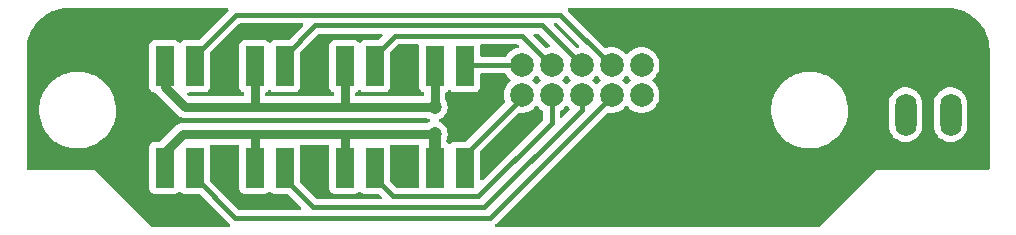
<source format=gbr>
%TF.GenerationSoftware,KiCad,Pcbnew,(6.0.11)*%
%TF.CreationDate,2024-03-18T15:41:05-03:00*%
%TF.ProjectId,qds-cv-bypass-adapter,7164732d-6376-42d6-9279-706173732d61,rev?*%
%TF.SameCoordinates,Original*%
%TF.FileFunction,Copper,L1,Top*%
%TF.FilePolarity,Positive*%
%FSLAX46Y46*%
G04 Gerber Fmt 4.6, Leading zero omitted, Abs format (unit mm)*
G04 Created by KiCad (PCBNEW (6.0.11)) date 2024-03-18 15:41:05*
%MOMM*%
%LPD*%
G01*
G04 APERTURE LIST*
%TA.AperFunction,ComponentPad*%
%ADD10O,1.800000X3.600000*%
%TD*%
%TA.AperFunction,SMDPad,CuDef*%
%ADD11R,1.600000X3.400000*%
%TD*%
%TA.AperFunction,ComponentPad*%
%ADD12C,2.000000*%
%TD*%
%TA.AperFunction,ViaPad*%
%ADD13C,1.200000*%
%TD*%
%TA.AperFunction,Conductor*%
%ADD14C,0.400000*%
%TD*%
%TA.AperFunction,Conductor*%
%ADD15C,0.800000*%
%TD*%
%TA.AperFunction,Conductor*%
%ADD16C,1.000000*%
%TD*%
G04 APERTURE END LIST*
D10*
%TO.P,J1,1,Pin_1*%
%TO.N,Net-(SW1-Pad4)*%
X204978000Y-89034500D03*
%TO.P,J1,2,Pin_2*%
%TO.N,Net-(SW1-Pad1)*%
X208788000Y-89034500D03*
%TD*%
D11*
%TO.P,SW4,1*%
%TO.N,Net-(SW1-Pad1)*%
X165100000Y-93540500D03*
%TO.P,SW4,2*%
%TO.N,Net-(J2-Pad2)*%
X167640000Y-93540500D03*
%TO.P,SW4,3*%
%TO.N,Net-(J2-Pad1)*%
X167640000Y-84940500D03*
%TO.P,SW4,4*%
%TO.N,Net-(SW1-Pad4)*%
X165100000Y-84940500D03*
%TD*%
%TO.P,SW3,1*%
%TO.N,Net-(SW1-Pad1)*%
X157480000Y-93540500D03*
%TO.P,SW3,2*%
%TO.N,Net-(J2-Pad4)*%
X160020000Y-93540500D03*
%TO.P,SW3,3*%
%TO.N,Net-(J2-Pad3)*%
X160020000Y-84940500D03*
%TO.P,SW3,4*%
%TO.N,Net-(SW1-Pad4)*%
X157480000Y-84940500D03*
%TD*%
%TO.P,SW1,1*%
%TO.N,Net-(SW1-Pad1)*%
X142240000Y-93540500D03*
%TO.P,SW1,2*%
%TO.N,Net-(J2-Pad8)*%
X144780000Y-93540500D03*
%TO.P,SW1,3*%
%TO.N,Net-(J2-Pad7)*%
X144780000Y-84940500D03*
%TO.P,SW1,4*%
%TO.N,Net-(SW1-Pad4)*%
X142240000Y-84940500D03*
%TD*%
%TO.P,SW2,1*%
%TO.N,Net-(SW1-Pad1)*%
X149860000Y-93540500D03*
%TO.P,SW2,2*%
%TO.N,Net-(J2-Pad6)*%
X152400000Y-93540500D03*
%TO.P,SW2,3*%
%TO.N,Net-(J2-Pad5)*%
X152400000Y-84940500D03*
%TO.P,SW2,4*%
%TO.N,Net-(SW1-Pad4)*%
X149860000Y-84940500D03*
%TD*%
D12*
%TO.P,J2,1,Pin_1*%
%TO.N,Net-(J2-Pad1)*%
X172466000Y-84836000D03*
%TO.P,J2,2,Pin_2*%
%TO.N,Net-(J2-Pad2)*%
X172466000Y-87376000D03*
%TO.P,J2,3,Pin_3*%
%TO.N,Net-(J2-Pad3)*%
X175006000Y-84836000D03*
%TO.P,J2,4,Pin_4*%
%TO.N,Net-(J2-Pad4)*%
X175006000Y-87376000D03*
%TO.P,J2,5,Pin_5*%
%TO.N,Net-(J2-Pad5)*%
X177546000Y-84836000D03*
%TO.P,J2,6,Pin_6*%
%TO.N,Net-(J2-Pad6)*%
X177546000Y-87376000D03*
%TO.P,J2,7,Pin_7*%
%TO.N,Net-(J2-Pad7)*%
X180086000Y-84836000D03*
%TO.P,J2,8,Pin_8*%
%TO.N,Net-(J2-Pad8)*%
X180086000Y-87376000D03*
%TO.P,J2,9,Pin_9*%
%TO.N,unconnected-(J2-Pad9)*%
X182626000Y-84836000D03*
%TO.P,J2,10,Pin_10*%
%TO.N,unconnected-(J2-Pad10)*%
X182626000Y-87376000D03*
%TD*%
D13*
%TO.N,Net-(SW1-Pad1)*%
X165100000Y-90678000D03*
%TO.N,Net-(SW1-Pad4)*%
X165100000Y-88392000D03*
%TD*%
D14*
%TO.N,Net-(J2-Pad5)*%
X152400000Y-84940500D02*
X152400000Y-84074000D01*
X154991500Y-81482500D02*
X174192500Y-81482500D01*
X174192500Y-81482500D02*
X177546000Y-84836000D01*
X177546000Y-84836000D02*
X177546000Y-84922500D01*
X152400000Y-84074000D02*
X154991500Y-81482500D01*
%TO.N,Net-(J2-Pad7)*%
X144780000Y-84074000D02*
X144780000Y-84940500D01*
X180086000Y-84922500D02*
X175746000Y-80582500D01*
X148271500Y-80582500D02*
X144780000Y-84074000D01*
X175746000Y-80582500D02*
X148271500Y-80582500D01*
D15*
%TO.N,Net-(SW1-Pad1)*%
X149860000Y-90678000D02*
X143764000Y-90678000D01*
X143764000Y-90678000D02*
X142240000Y-92202000D01*
X165100000Y-90678000D02*
X157480000Y-90678000D01*
D16*
X165100000Y-90678000D02*
X165100000Y-93540500D01*
D15*
X149860000Y-90678000D02*
X149860000Y-93540500D01*
X157480000Y-90678000D02*
X157480000Y-93540500D01*
X157480000Y-90678000D02*
X149860000Y-90678000D01*
X142240000Y-92202000D02*
X142240000Y-93540500D01*
%TO.N,Net-(SW1-Pad4)*%
X157226000Y-88392000D02*
X157480000Y-88138000D01*
X165100000Y-88392000D02*
X157226000Y-88392000D01*
X149860000Y-88392000D02*
X143931500Y-88392000D01*
X143931500Y-88392000D02*
X142240000Y-86700500D01*
X165100000Y-88392000D02*
X165100000Y-84940500D01*
X142240000Y-86700500D02*
X142240000Y-84940500D01*
X157226000Y-88392000D02*
X149860000Y-88392000D01*
X149860000Y-88392000D02*
X149860000Y-84940500D01*
X157480000Y-88138000D02*
X157480000Y-84940500D01*
D14*
%TO.N,Net-(J2-Pad1)*%
X167744500Y-84836000D02*
X167640000Y-84940500D01*
X172466000Y-84836000D02*
X167744500Y-84836000D01*
%TO.N,Net-(J2-Pad2)*%
X172466000Y-87630000D02*
X167640000Y-92456000D01*
X167640000Y-92456000D02*
X167640000Y-93540500D01*
X172466000Y-86868000D02*
X172466000Y-87630000D01*
%TO.N,Net-(J2-Pad3)*%
X175006000Y-84922500D02*
X172466000Y-82382500D01*
X160020000Y-84074000D02*
X160020000Y-84940500D01*
X161711500Y-82382500D02*
X160020000Y-84074000D01*
X172466000Y-82382500D02*
X161711500Y-82382500D01*
%TO.N,Net-(J2-Pad4)*%
X160020000Y-93540500D02*
X160020000Y-94380250D01*
X168779750Y-95940500D02*
X175006000Y-89714250D01*
X175006000Y-89714250D02*
X175006000Y-87462500D01*
X161580250Y-95940500D02*
X168779750Y-95940500D01*
X160020000Y-94380250D02*
X161580250Y-95940500D01*
%TO.N,Net-(J2-Pad6)*%
X169313500Y-96878500D02*
X154790500Y-96878500D01*
X152400000Y-94488000D02*
X152400000Y-93540500D01*
X177546000Y-87462500D02*
X177546000Y-88646000D01*
X177546000Y-88646000D02*
X169313500Y-96878500D01*
X154790500Y-96878500D02*
X152400000Y-94488000D01*
%TO.N,Net-(J2-Pad8)*%
X148217125Y-97778500D02*
X169770000Y-97778500D01*
X144780000Y-94341375D02*
X148217125Y-97778500D01*
X169770000Y-97778500D02*
X180086000Y-87462500D01*
X144780000Y-93540500D02*
X144780000Y-94341375D01*
%TD*%
%TA.AperFunction,NonConductor*%
G36*
X175468461Y-81311002D02*
G01*
X175489435Y-81327905D01*
X177306402Y-83144872D01*
X177340428Y-83207184D01*
X177335363Y-83277999D01*
X177292816Y-83334835D01*
X177246722Y-83356485D01*
X177171582Y-83374525D01*
X177100674Y-83370979D01*
X177053072Y-83341102D01*
X175218065Y-81506095D01*
X175184039Y-81443783D01*
X175189104Y-81372968D01*
X175231651Y-81316132D01*
X175298171Y-81291321D01*
X175307160Y-81291000D01*
X175400340Y-81291000D01*
X175468461Y-81311002D01*
G37*
%TD.AperFunction*%
%TA.AperFunction,NonConductor*%
G36*
X173914961Y-82211002D02*
G01*
X173935935Y-82227905D01*
X174836663Y-83128633D01*
X174870689Y-83190945D01*
X174865624Y-83261760D01*
X174823077Y-83318596D01*
X174769259Y-83341338D01*
X174769289Y-83341465D01*
X174768525Y-83341648D01*
X174768523Y-83341649D01*
X174764474Y-83342621D01*
X174561827Y-83391272D01*
X174490919Y-83387725D01*
X174443318Y-83357848D01*
X173491565Y-82406095D01*
X173457539Y-82343783D01*
X173462604Y-82272968D01*
X173505151Y-82216132D01*
X173571671Y-82191321D01*
X173580660Y-82191000D01*
X173846840Y-82191000D01*
X173914961Y-82211002D01*
G37*
%TD.AperFunction*%
%TA.AperFunction,NonConductor*%
G36*
X172188461Y-83111002D02*
G01*
X172209435Y-83127905D01*
X172226402Y-83144872D01*
X172260428Y-83207184D01*
X172255363Y-83277999D01*
X172212816Y-83334835D01*
X172166721Y-83356486D01*
X172106354Y-83370979D01*
X171998406Y-83396895D01*
X171993835Y-83398788D01*
X171993833Y-83398789D01*
X171783611Y-83485865D01*
X171783607Y-83485867D01*
X171779037Y-83487760D01*
X171774817Y-83490346D01*
X171580798Y-83609241D01*
X171580792Y-83609245D01*
X171576584Y-83611824D01*
X171396031Y-83766031D01*
X171241824Y-83946584D01*
X171239242Y-83950797D01*
X171239235Y-83950807D01*
X171167826Y-84067335D01*
X171115179Y-84114966D01*
X171060394Y-84127500D01*
X169074500Y-84127500D01*
X169006379Y-84107498D01*
X168959886Y-84053842D01*
X168948500Y-84001500D01*
X168948500Y-83217000D01*
X168968502Y-83148879D01*
X169022158Y-83102386D01*
X169074500Y-83091000D01*
X172120340Y-83091000D01*
X172188461Y-83111002D01*
G37*
%TD.AperFunction*%
%TA.AperFunction,NonConductor*%
G36*
X173831811Y-85783944D02*
G01*
X173932818Y-85902208D01*
X173932823Y-85902213D01*
X173936031Y-85905969D01*
X173939787Y-85909177D01*
X173939792Y-85909182D01*
X174058056Y-86010189D01*
X174096866Y-86069639D01*
X174097372Y-86140634D01*
X174058056Y-86201811D01*
X173939792Y-86302818D01*
X173939787Y-86302823D01*
X173936031Y-86306031D01*
X173932823Y-86309787D01*
X173932818Y-86309792D01*
X173831811Y-86428056D01*
X173772361Y-86466866D01*
X173701366Y-86467372D01*
X173640189Y-86428056D01*
X173539182Y-86309792D01*
X173539177Y-86309787D01*
X173535969Y-86306031D01*
X173532213Y-86302823D01*
X173532208Y-86302818D01*
X173413944Y-86201811D01*
X173375134Y-86142361D01*
X173374628Y-86071366D01*
X173413944Y-86010189D01*
X173532208Y-85909182D01*
X173532213Y-85909177D01*
X173535969Y-85905969D01*
X173539177Y-85902213D01*
X173539182Y-85902208D01*
X173640189Y-85783944D01*
X173699639Y-85745134D01*
X173770634Y-85744628D01*
X173831811Y-85783944D01*
G37*
%TD.AperFunction*%
%TA.AperFunction,NonConductor*%
G36*
X181451811Y-85783944D02*
G01*
X181552818Y-85902208D01*
X181552823Y-85902213D01*
X181556031Y-85905969D01*
X181559787Y-85909177D01*
X181559792Y-85909182D01*
X181678056Y-86010189D01*
X181716866Y-86069639D01*
X181717372Y-86140634D01*
X181678056Y-86201811D01*
X181559792Y-86302818D01*
X181559787Y-86302823D01*
X181556031Y-86306031D01*
X181552823Y-86309787D01*
X181552818Y-86309792D01*
X181451811Y-86428056D01*
X181392361Y-86466866D01*
X181321366Y-86467372D01*
X181260189Y-86428056D01*
X181159182Y-86309792D01*
X181159177Y-86309787D01*
X181155969Y-86306031D01*
X181152213Y-86302823D01*
X181152208Y-86302818D01*
X181033944Y-86201811D01*
X180995134Y-86142361D01*
X180994628Y-86071366D01*
X181033944Y-86010189D01*
X181152208Y-85909182D01*
X181152213Y-85909177D01*
X181155969Y-85905969D01*
X181159177Y-85902213D01*
X181159182Y-85902208D01*
X181260189Y-85783944D01*
X181319639Y-85745134D01*
X181390634Y-85744628D01*
X181451811Y-85783944D01*
G37*
%TD.AperFunction*%
%TA.AperFunction,NonConductor*%
G36*
X178911811Y-85783944D02*
G01*
X179012818Y-85902208D01*
X179012823Y-85902213D01*
X179016031Y-85905969D01*
X179019787Y-85909177D01*
X179019792Y-85909182D01*
X179138056Y-86010189D01*
X179176866Y-86069639D01*
X179177372Y-86140634D01*
X179138056Y-86201811D01*
X179019792Y-86302818D01*
X179019787Y-86302823D01*
X179016031Y-86306031D01*
X179012823Y-86309787D01*
X179012818Y-86309792D01*
X178911811Y-86428056D01*
X178852361Y-86466866D01*
X178781366Y-86467372D01*
X178720189Y-86428056D01*
X178619182Y-86309792D01*
X178619177Y-86309787D01*
X178615969Y-86306031D01*
X178612213Y-86302823D01*
X178612208Y-86302818D01*
X178493944Y-86201811D01*
X178455134Y-86142361D01*
X178454628Y-86071366D01*
X178493944Y-86010189D01*
X178612208Y-85909182D01*
X178612213Y-85909177D01*
X178615969Y-85905969D01*
X178619177Y-85902213D01*
X178619182Y-85902208D01*
X178720189Y-85783944D01*
X178779639Y-85745134D01*
X178850634Y-85744628D01*
X178911811Y-85783944D01*
G37*
%TD.AperFunction*%
%TA.AperFunction,NonConductor*%
G36*
X176371811Y-85783944D02*
G01*
X176472818Y-85902208D01*
X176472823Y-85902213D01*
X176476031Y-85905969D01*
X176479787Y-85909177D01*
X176479792Y-85909182D01*
X176598056Y-86010189D01*
X176636866Y-86069639D01*
X176637372Y-86140634D01*
X176598056Y-86201811D01*
X176479792Y-86302818D01*
X176479787Y-86302823D01*
X176476031Y-86306031D01*
X176472823Y-86309787D01*
X176472818Y-86309792D01*
X176371811Y-86428056D01*
X176312361Y-86466866D01*
X176241366Y-86467372D01*
X176180189Y-86428056D01*
X176079182Y-86309792D01*
X176079177Y-86309787D01*
X176075969Y-86306031D01*
X176072213Y-86302823D01*
X176072208Y-86302818D01*
X175953944Y-86201811D01*
X175915134Y-86142361D01*
X175914628Y-86071366D01*
X175953944Y-86010189D01*
X176072208Y-85909182D01*
X176072213Y-85909177D01*
X176075969Y-85905969D01*
X176079177Y-85902213D01*
X176079182Y-85902208D01*
X176180189Y-85783944D01*
X176239639Y-85745134D01*
X176310634Y-85744628D01*
X176371811Y-85783944D01*
G37*
%TD.AperFunction*%
%TA.AperFunction,NonConductor*%
G36*
X163733621Y-83111002D02*
G01*
X163780114Y-83164658D01*
X163791500Y-83217000D01*
X163791500Y-86688634D01*
X163798255Y-86750816D01*
X163849385Y-86887205D01*
X163936739Y-87003761D01*
X164053295Y-87091115D01*
X164061703Y-87094267D01*
X164109730Y-87112272D01*
X164166495Y-87154914D01*
X164191194Y-87221476D01*
X164191500Y-87230254D01*
X164191500Y-87357500D01*
X164171498Y-87425621D01*
X164117842Y-87472114D01*
X164065500Y-87483500D01*
X158514500Y-87483500D01*
X158446379Y-87463498D01*
X158399886Y-87409842D01*
X158388500Y-87357500D01*
X158388500Y-87230254D01*
X158408502Y-87162133D01*
X158462158Y-87115640D01*
X158470270Y-87112272D01*
X158518297Y-87094267D01*
X158526705Y-87091115D01*
X158643261Y-87003761D01*
X158649174Y-86995872D01*
X158649878Y-86995345D01*
X158654992Y-86990231D01*
X158655730Y-86990969D01*
X158706031Y-86953357D01*
X158776849Y-86948330D01*
X158839143Y-86982388D01*
X158850823Y-86995867D01*
X158856739Y-87003761D01*
X158973295Y-87091115D01*
X159109684Y-87142245D01*
X159171866Y-87149000D01*
X160868134Y-87149000D01*
X160930316Y-87142245D01*
X161066705Y-87091115D01*
X161183261Y-87003761D01*
X161270615Y-86887205D01*
X161321745Y-86750816D01*
X161328500Y-86688634D01*
X161328500Y-83819660D01*
X161348502Y-83751540D01*
X161365405Y-83730565D01*
X161968067Y-83127904D01*
X162030379Y-83093879D01*
X162057162Y-83091000D01*
X163665500Y-83091000D01*
X163733621Y-83111002D01*
G37*
%TD.AperFunction*%
%TA.AperFunction,NonConductor*%
G36*
X160664961Y-82211002D02*
G01*
X160711454Y-82264658D01*
X160721558Y-82334932D01*
X160692064Y-82399512D01*
X160685935Y-82406095D01*
X160396935Y-82695095D01*
X160334623Y-82729121D01*
X160307840Y-82732000D01*
X159171866Y-82732000D01*
X159109684Y-82738755D01*
X158973295Y-82789885D01*
X158856739Y-82877239D01*
X158850826Y-82885128D01*
X158850122Y-82885655D01*
X158845008Y-82890769D01*
X158844270Y-82890031D01*
X158793969Y-82927643D01*
X158723151Y-82932670D01*
X158660857Y-82898612D01*
X158649177Y-82885133D01*
X158643261Y-82877239D01*
X158526705Y-82789885D01*
X158390316Y-82738755D01*
X158328134Y-82732000D01*
X156631866Y-82732000D01*
X156569684Y-82738755D01*
X156433295Y-82789885D01*
X156316739Y-82877239D01*
X156229385Y-82993795D01*
X156178255Y-83130184D01*
X156171500Y-83192366D01*
X156171500Y-86688634D01*
X156178255Y-86750816D01*
X156229385Y-86887205D01*
X156316739Y-87003761D01*
X156433295Y-87091115D01*
X156441703Y-87094267D01*
X156489730Y-87112272D01*
X156546495Y-87154914D01*
X156571194Y-87221476D01*
X156571500Y-87230254D01*
X156571500Y-87357500D01*
X156551498Y-87425621D01*
X156497842Y-87472114D01*
X156445500Y-87483500D01*
X150894500Y-87483500D01*
X150826379Y-87463498D01*
X150779886Y-87409842D01*
X150768500Y-87357500D01*
X150768500Y-87230254D01*
X150788502Y-87162133D01*
X150842158Y-87115640D01*
X150850270Y-87112272D01*
X150898297Y-87094267D01*
X150906705Y-87091115D01*
X151023261Y-87003761D01*
X151029174Y-86995872D01*
X151029878Y-86995345D01*
X151034992Y-86990231D01*
X151035730Y-86990969D01*
X151086031Y-86953357D01*
X151156849Y-86948330D01*
X151219143Y-86982388D01*
X151230823Y-86995867D01*
X151236739Y-87003761D01*
X151353295Y-87091115D01*
X151489684Y-87142245D01*
X151551866Y-87149000D01*
X153248134Y-87149000D01*
X153310316Y-87142245D01*
X153446705Y-87091115D01*
X153563261Y-87003761D01*
X153650615Y-86887205D01*
X153701745Y-86750816D01*
X153708500Y-86688634D01*
X153708500Y-83819660D01*
X153728502Y-83751539D01*
X153745405Y-83730565D01*
X155248066Y-82227905D01*
X155310378Y-82193879D01*
X155337161Y-82191000D01*
X160596840Y-82191000D01*
X160664961Y-82211002D01*
G37*
%TD.AperFunction*%
%TA.AperFunction,NonConductor*%
G36*
X153944961Y-81311002D02*
G01*
X153991454Y-81364658D01*
X154001558Y-81434932D01*
X153972064Y-81499512D01*
X153965935Y-81506095D01*
X152776935Y-82695095D01*
X152714623Y-82729121D01*
X152687840Y-82732000D01*
X151551866Y-82732000D01*
X151489684Y-82738755D01*
X151353295Y-82789885D01*
X151236739Y-82877239D01*
X151230826Y-82885128D01*
X151230122Y-82885655D01*
X151225008Y-82890769D01*
X151224270Y-82890031D01*
X151173969Y-82927643D01*
X151103151Y-82932670D01*
X151040857Y-82898612D01*
X151029177Y-82885133D01*
X151023261Y-82877239D01*
X150906705Y-82789885D01*
X150770316Y-82738755D01*
X150708134Y-82732000D01*
X149011866Y-82732000D01*
X148949684Y-82738755D01*
X148813295Y-82789885D01*
X148696739Y-82877239D01*
X148609385Y-82993795D01*
X148558255Y-83130184D01*
X148551500Y-83192366D01*
X148551500Y-86688634D01*
X148558255Y-86750816D01*
X148609385Y-86887205D01*
X148696739Y-87003761D01*
X148813295Y-87091115D01*
X148821703Y-87094267D01*
X148869730Y-87112272D01*
X148926495Y-87154914D01*
X148951194Y-87221476D01*
X148951500Y-87230254D01*
X148951500Y-87357500D01*
X148931498Y-87425621D01*
X148877842Y-87472114D01*
X148825500Y-87483500D01*
X144360003Y-87483500D01*
X144291882Y-87463498D01*
X144270908Y-87446595D01*
X144188408Y-87364095D01*
X144154382Y-87301783D01*
X144159447Y-87230968D01*
X144201994Y-87174132D01*
X144268514Y-87149321D01*
X144277503Y-87149000D01*
X145628134Y-87149000D01*
X145690316Y-87142245D01*
X145826705Y-87091115D01*
X145943261Y-87003761D01*
X146030615Y-86887205D01*
X146081745Y-86750816D01*
X146088500Y-86688634D01*
X146088500Y-83819660D01*
X146108502Y-83751539D01*
X146125405Y-83730565D01*
X148528065Y-81327905D01*
X148590377Y-81293879D01*
X148617160Y-81291000D01*
X153876840Y-81291000D01*
X153944961Y-81311002D01*
G37*
%TD.AperFunction*%
%TA.AperFunction,NonConductor*%
G36*
X176371811Y-88323944D02*
G01*
X176472818Y-88442208D01*
X176472823Y-88442213D01*
X176476031Y-88445969D01*
X176479787Y-88449177D01*
X176516946Y-88480914D01*
X176555755Y-88540365D01*
X176556261Y-88611360D01*
X176524210Y-88665820D01*
X175929595Y-89260435D01*
X175867283Y-89294461D01*
X175796468Y-89289396D01*
X175739632Y-89246849D01*
X175714821Y-89180329D01*
X175714500Y-89171340D01*
X175714500Y-88781606D01*
X175734502Y-88713485D01*
X175774665Y-88674174D01*
X175891193Y-88602765D01*
X175891203Y-88602758D01*
X175895416Y-88600176D01*
X176075969Y-88445969D01*
X176079177Y-88442213D01*
X176079182Y-88442208D01*
X176180189Y-88323944D01*
X176239639Y-88285134D01*
X176310634Y-88284628D01*
X176371811Y-88323944D01*
G37*
%TD.AperFunction*%
%TA.AperFunction,NonConductor*%
G36*
X171128515Y-85564502D02*
G01*
X171167826Y-85604665D01*
X171239235Y-85721193D01*
X171239242Y-85721202D01*
X171241824Y-85725416D01*
X171396031Y-85905969D01*
X171399787Y-85909177D01*
X171399792Y-85909182D01*
X171518056Y-86010189D01*
X171556866Y-86069639D01*
X171557372Y-86140634D01*
X171518056Y-86201811D01*
X171399792Y-86302818D01*
X171399787Y-86302823D01*
X171396031Y-86306031D01*
X171241824Y-86486584D01*
X171239245Y-86490792D01*
X171239241Y-86490798D01*
X171190153Y-86570903D01*
X171117760Y-86689037D01*
X171115867Y-86693607D01*
X171115865Y-86693611D01*
X171032700Y-86894391D01*
X171026895Y-86908406D01*
X171020967Y-86933098D01*
X170977143Y-87115640D01*
X170971465Y-87139289D01*
X170952835Y-87376000D01*
X170971465Y-87612711D01*
X170972619Y-87617518D01*
X170972620Y-87617524D01*
X170990533Y-87692136D01*
X171026895Y-87843594D01*
X171028789Y-87848167D01*
X171028791Y-87848172D01*
X171060150Y-87923881D01*
X171067739Y-87994470D01*
X171032836Y-88061193D01*
X167798935Y-91295095D01*
X167736623Y-91329121D01*
X167709840Y-91332000D01*
X166791866Y-91332000D01*
X166729684Y-91338755D01*
X166593295Y-91389885D01*
X166476739Y-91477239D01*
X166470826Y-91485128D01*
X166470122Y-91485655D01*
X166465008Y-91490769D01*
X166464270Y-91490031D01*
X166413969Y-91527643D01*
X166343151Y-91532670D01*
X166280857Y-91498612D01*
X166269177Y-91485133D01*
X166263261Y-91477239D01*
X166158935Y-91399051D01*
X166116420Y-91342192D01*
X166108500Y-91298225D01*
X166108500Y-91175381D01*
X166117911Y-91131107D01*
X166117004Y-91130799D01*
X166180634Y-90943352D01*
X166180635Y-90943347D01*
X166182490Y-90937883D01*
X166211723Y-90736263D01*
X166213249Y-90678000D01*
X166194608Y-90475126D01*
X166139307Y-90279047D01*
X166130824Y-90261844D01*
X166051756Y-90101510D01*
X166049201Y-90096329D01*
X166027697Y-90067531D01*
X165930758Y-89937715D01*
X165930758Y-89937714D01*
X165927305Y-89933091D01*
X165808708Y-89823461D01*
X165781943Y-89798719D01*
X165781940Y-89798717D01*
X165777703Y-89794800D01*
X165709528Y-89751785D01*
X165610288Y-89689169D01*
X165610283Y-89689167D01*
X165605404Y-89686088D01*
X165523201Y-89653292D01*
X165467343Y-89609473D01*
X165444042Y-89542408D01*
X165460698Y-89473393D01*
X165512022Y-89424339D01*
X165529387Y-89416951D01*
X165552799Y-89409004D01*
X165730551Y-89309458D01*
X165887186Y-89179186D01*
X166017458Y-89022551D01*
X166103238Y-88869380D01*
X166114180Y-88849842D01*
X166114181Y-88849840D01*
X166117004Y-88844799D01*
X166118860Y-88839332D01*
X166118862Y-88839327D01*
X166180634Y-88657352D01*
X166180635Y-88657347D01*
X166182490Y-88651883D01*
X166211723Y-88450263D01*
X166213249Y-88392000D01*
X166194608Y-88189126D01*
X166193040Y-88183566D01*
X166140875Y-87998606D01*
X166140874Y-87998604D01*
X166139307Y-87993047D01*
X166105199Y-87923881D01*
X166051756Y-87815510D01*
X166049201Y-87810329D01*
X166033542Y-87789359D01*
X166008810Y-87722809D01*
X166008500Y-87713970D01*
X166008500Y-87230254D01*
X166028502Y-87162133D01*
X166082158Y-87115640D01*
X166090270Y-87112272D01*
X166138297Y-87094267D01*
X166146705Y-87091115D01*
X166263261Y-87003761D01*
X166269174Y-86995872D01*
X166269878Y-86995345D01*
X166274992Y-86990231D01*
X166275730Y-86990969D01*
X166326031Y-86953357D01*
X166396849Y-86948330D01*
X166459143Y-86982388D01*
X166470823Y-86995867D01*
X166476739Y-87003761D01*
X166593295Y-87091115D01*
X166729684Y-87142245D01*
X166791866Y-87149000D01*
X168488134Y-87149000D01*
X168550316Y-87142245D01*
X168686705Y-87091115D01*
X168803261Y-87003761D01*
X168890615Y-86887205D01*
X168941745Y-86750816D01*
X168948500Y-86688634D01*
X168948500Y-85670500D01*
X168968502Y-85602379D01*
X169022158Y-85555886D01*
X169074500Y-85544500D01*
X171060394Y-85544500D01*
X171128515Y-85564502D01*
G37*
%TD.AperFunction*%
%TA.AperFunction,NonConductor*%
G36*
X173831811Y-88323944D02*
G01*
X173932818Y-88442208D01*
X173932823Y-88442213D01*
X173936031Y-88445969D01*
X174116584Y-88600176D01*
X174120797Y-88602758D01*
X174120807Y-88602765D01*
X174237335Y-88674174D01*
X174284966Y-88726821D01*
X174297500Y-88781606D01*
X174297500Y-89368590D01*
X174277498Y-89436711D01*
X174260595Y-89457685D01*
X169163595Y-94554685D01*
X169101283Y-94588711D01*
X169030468Y-94583646D01*
X168973632Y-94541099D01*
X168948821Y-94474579D01*
X168948500Y-94465590D01*
X168948500Y-92201660D01*
X168968502Y-92133539D01*
X168985405Y-92112565D01*
X172186496Y-88911474D01*
X172248808Y-88877448D01*
X172285476Y-88874957D01*
X172466000Y-88889165D01*
X172702711Y-88870535D01*
X172707518Y-88869381D01*
X172707524Y-88869380D01*
X172853391Y-88834360D01*
X172933594Y-88815105D01*
X172938167Y-88813211D01*
X173148389Y-88726135D01*
X173148393Y-88726133D01*
X173152963Y-88724240D01*
X173157183Y-88721654D01*
X173351202Y-88602759D01*
X173351208Y-88602755D01*
X173355416Y-88600176D01*
X173535969Y-88445969D01*
X173539177Y-88442213D01*
X173539182Y-88442208D01*
X173640189Y-88323944D01*
X173699639Y-88285134D01*
X173770634Y-88284628D01*
X173831811Y-88323944D01*
G37*
%TD.AperFunction*%
%TA.AperFunction,NonConductor*%
G36*
X163742082Y-91606502D02*
G01*
X163788575Y-91660158D01*
X163798536Y-91729435D01*
X163798255Y-91730184D01*
X163791500Y-91792366D01*
X163791500Y-95106000D01*
X163771498Y-95174121D01*
X163717842Y-95220614D01*
X163665500Y-95232000D01*
X161925910Y-95232000D01*
X161857789Y-95211998D01*
X161836815Y-95195095D01*
X161365405Y-94723685D01*
X161331379Y-94661373D01*
X161328500Y-94634590D01*
X161328500Y-91792366D01*
X161321745Y-91730184D01*
X161324067Y-91729932D01*
X161327160Y-91670742D01*
X161368607Y-91613100D01*
X161434639Y-91587017D01*
X161446039Y-91586500D01*
X163673961Y-91586500D01*
X163742082Y-91606502D01*
G37*
%TD.AperFunction*%
%TA.AperFunction,NonConductor*%
G36*
X156122082Y-91606502D02*
G01*
X156168575Y-91660158D01*
X156178536Y-91729435D01*
X156178255Y-91730184D01*
X156171500Y-91792366D01*
X156171500Y-95288634D01*
X156178255Y-95350816D01*
X156229385Y-95487205D01*
X156316739Y-95603761D01*
X156433295Y-95691115D01*
X156569684Y-95742245D01*
X156631866Y-95749000D01*
X158328134Y-95749000D01*
X158390316Y-95742245D01*
X158526705Y-95691115D01*
X158643261Y-95603761D01*
X158649174Y-95595872D01*
X158649878Y-95595345D01*
X158654992Y-95590231D01*
X158655730Y-95590969D01*
X158706031Y-95553357D01*
X158776849Y-95548330D01*
X158839143Y-95582388D01*
X158850823Y-95595867D01*
X158856739Y-95603761D01*
X158973295Y-95691115D01*
X159109684Y-95742245D01*
X159171866Y-95749000D01*
X160334590Y-95749000D01*
X160402711Y-95769002D01*
X160423685Y-95785905D01*
X160592685Y-95954905D01*
X160626711Y-96017217D01*
X160621646Y-96088032D01*
X160579099Y-96144868D01*
X160512579Y-96169679D01*
X160503590Y-96170000D01*
X155136161Y-96170000D01*
X155068040Y-96149998D01*
X155047066Y-96133095D01*
X153745405Y-94831435D01*
X153711380Y-94769123D01*
X153708500Y-94742340D01*
X153708500Y-91792366D01*
X153701745Y-91730184D01*
X153704067Y-91729932D01*
X153707160Y-91670742D01*
X153748607Y-91613100D01*
X153814639Y-91587017D01*
X153826039Y-91586500D01*
X156053961Y-91586500D01*
X156122082Y-91606502D01*
G37*
%TD.AperFunction*%
%TA.AperFunction,NonConductor*%
G36*
X148502082Y-91606502D02*
G01*
X148548575Y-91660158D01*
X148558536Y-91729435D01*
X148558255Y-91730184D01*
X148551500Y-91792366D01*
X148551500Y-95288634D01*
X148558255Y-95350816D01*
X148609385Y-95487205D01*
X148696739Y-95603761D01*
X148813295Y-95691115D01*
X148949684Y-95742245D01*
X149011866Y-95749000D01*
X150708134Y-95749000D01*
X150770316Y-95742245D01*
X150906705Y-95691115D01*
X151023261Y-95603761D01*
X151029174Y-95595872D01*
X151029878Y-95595345D01*
X151034992Y-95590231D01*
X151035730Y-95590969D01*
X151086031Y-95553357D01*
X151156849Y-95548330D01*
X151219143Y-95582388D01*
X151230823Y-95595867D01*
X151236739Y-95603761D01*
X151353295Y-95691115D01*
X151489684Y-95742245D01*
X151551866Y-95749000D01*
X152606840Y-95749000D01*
X152674961Y-95769002D01*
X152695935Y-95785905D01*
X153764935Y-96854905D01*
X153798961Y-96917217D01*
X153793896Y-96988032D01*
X153751349Y-97044868D01*
X153684829Y-97069679D01*
X153675840Y-97070000D01*
X148562785Y-97070000D01*
X148494664Y-97049998D01*
X148473690Y-97033095D01*
X146125405Y-94684810D01*
X146091379Y-94622498D01*
X146088500Y-94595715D01*
X146088500Y-91792366D01*
X146081745Y-91730184D01*
X146084067Y-91729932D01*
X146087160Y-91670742D01*
X146128607Y-91613100D01*
X146194639Y-91587017D01*
X146206039Y-91586500D01*
X148433961Y-91586500D01*
X148502082Y-91606502D01*
G37*
%TD.AperFunction*%
%TA.AperFunction,NonConductor*%
G36*
X208504018Y-80012000D02*
G01*
X208518852Y-80014310D01*
X208518855Y-80014310D01*
X208527724Y-80015691D01*
X208536627Y-80014527D01*
X208536629Y-80014527D01*
X208547078Y-80013161D01*
X208569594Y-80012249D01*
X208876322Y-80027318D01*
X208888618Y-80028528D01*
X209221520Y-80077910D01*
X209233642Y-80080320D01*
X209282138Y-80092468D01*
X209560101Y-80162095D01*
X209571933Y-80165684D01*
X209888803Y-80279061D01*
X209900227Y-80283793D01*
X210204456Y-80427683D01*
X210215361Y-80433512D01*
X210504024Y-80606530D01*
X210514305Y-80613400D01*
X210784613Y-80813874D01*
X210794171Y-80821718D01*
X211043531Y-81047725D01*
X211052275Y-81056469D01*
X211278282Y-81305829D01*
X211286126Y-81315387D01*
X211486600Y-81585695D01*
X211493470Y-81595976D01*
X211666488Y-81884639D01*
X211672317Y-81895544D01*
X211816207Y-82199773D01*
X211820939Y-82211197D01*
X211934316Y-82528067D01*
X211937905Y-82539899D01*
X212019679Y-82866355D01*
X212022090Y-82878480D01*
X212060593Y-83138040D01*
X212071471Y-83211377D01*
X212072682Y-83223676D01*
X212085564Y-83485865D01*
X212087390Y-83523034D01*
X212086042Y-83548598D01*
X212084309Y-83559724D01*
X212085474Y-83568630D01*
X212088436Y-83591283D01*
X212089500Y-83607621D01*
X212089500Y-93599500D01*
X212069498Y-93667621D01*
X212015842Y-93714114D01*
X211963500Y-93725500D01*
X202763073Y-93725500D01*
X202750943Y-93724145D01*
X202750904Y-93724627D01*
X202741957Y-93723907D01*
X202733201Y-93721926D01*
X202681168Y-93725154D01*
X202679492Y-93725258D01*
X202671690Y-93725500D01*
X202655487Y-93725500D01*
X202646571Y-93726777D01*
X202645122Y-93726984D01*
X202635072Y-93728013D01*
X202596782Y-93730389D01*
X202596781Y-93730389D01*
X202587823Y-93730945D01*
X202579382Y-93733993D01*
X202576468Y-93734596D01*
X202559534Y-93738818D01*
X202556695Y-93739648D01*
X202547813Y-93740920D01*
X202504700Y-93760523D01*
X202495349Y-93764329D01*
X202459262Y-93777356D01*
X202459260Y-93777357D01*
X202450820Y-93780404D01*
X202443576Y-93785696D01*
X202440982Y-93787075D01*
X202425843Y-93795922D01*
X202423383Y-93797495D01*
X202415218Y-93801208D01*
X202408424Y-93807062D01*
X202408421Y-93807064D01*
X202393338Y-93820061D01*
X202379343Y-93832119D01*
X202371428Y-93838403D01*
X202364382Y-93843550D01*
X202364375Y-93843556D01*
X202360448Y-93846425D01*
X202349473Y-93857400D01*
X202342626Y-93863758D01*
X202304873Y-93896287D01*
X202299989Y-93903822D01*
X202294542Y-93910066D01*
X202284942Y-93921931D01*
X197692278Y-98514595D01*
X197629966Y-98548621D01*
X197603183Y-98551500D01*
X170301995Y-98551500D01*
X170233874Y-98531498D01*
X170187381Y-98477842D01*
X170177277Y-98407568D01*
X170206771Y-98342988D01*
X170230628Y-98321660D01*
X170235721Y-98318160D01*
X170235725Y-98318157D01*
X170241981Y-98313857D01*
X170283436Y-98267329D01*
X170288416Y-98262054D01*
X179662826Y-88887645D01*
X179725138Y-88853619D01*
X179781335Y-88854221D01*
X179844476Y-88869380D01*
X179844482Y-88869381D01*
X179849289Y-88870535D01*
X180086000Y-88889165D01*
X180322711Y-88870535D01*
X180327518Y-88869381D01*
X180327524Y-88869380D01*
X180473391Y-88834360D01*
X180553594Y-88815105D01*
X180558167Y-88813211D01*
X180768389Y-88726135D01*
X180768393Y-88726133D01*
X180772963Y-88724240D01*
X180777183Y-88721654D01*
X180971202Y-88602759D01*
X180971208Y-88602755D01*
X180975416Y-88600176D01*
X181155969Y-88445969D01*
X181159177Y-88442213D01*
X181159182Y-88442208D01*
X181260189Y-88323944D01*
X181319639Y-88285134D01*
X181390634Y-88284628D01*
X181451811Y-88323944D01*
X181552818Y-88442208D01*
X181552823Y-88442213D01*
X181556031Y-88445969D01*
X181736584Y-88600176D01*
X181740792Y-88602755D01*
X181740798Y-88602759D01*
X181934817Y-88721654D01*
X181939037Y-88724240D01*
X181943607Y-88726133D01*
X181943611Y-88726135D01*
X182153833Y-88813211D01*
X182158406Y-88815105D01*
X182238609Y-88834360D01*
X182384476Y-88869380D01*
X182384482Y-88869381D01*
X182389289Y-88870535D01*
X182626000Y-88889165D01*
X182862711Y-88870535D01*
X182867518Y-88869381D01*
X182867524Y-88869380D01*
X183013391Y-88834360D01*
X183093594Y-88815105D01*
X183098167Y-88813211D01*
X183308389Y-88726135D01*
X183308393Y-88726133D01*
X183312963Y-88724240D01*
X183317183Y-88721654D01*
X183511202Y-88602759D01*
X183511208Y-88602755D01*
X183515416Y-88600176D01*
X183581489Y-88543744D01*
X193596163Y-88543744D01*
X193598577Y-88646169D01*
X193603856Y-88870176D01*
X193604592Y-88901419D01*
X193652220Y-89256009D01*
X193653056Y-89259373D01*
X193653056Y-89259375D01*
X193729764Y-89568183D01*
X193738470Y-89603232D01*
X193739670Y-89606485D01*
X193739671Y-89606488D01*
X193801985Y-89775397D01*
X193862302Y-89938892D01*
X193928620Y-90071615D01*
X194020674Y-90255844D01*
X194020678Y-90255851D01*
X194022220Y-90258937D01*
X194216291Y-90559501D01*
X194309756Y-90674305D01*
X194439988Y-90834271D01*
X194439995Y-90834278D01*
X194442173Y-90836954D01*
X194444637Y-90839380D01*
X194444641Y-90839384D01*
X194544700Y-90937883D01*
X194697137Y-91087944D01*
X194699856Y-91090088D01*
X194699860Y-91090091D01*
X194770760Y-91145984D01*
X194978103Y-91309440D01*
X194981049Y-91311277D01*
X194981050Y-91311278D01*
X195021428Y-91336460D01*
X195281678Y-91498766D01*
X195284804Y-91500267D01*
X195284813Y-91500272D01*
X195454241Y-91581630D01*
X195604196Y-91653637D01*
X195607465Y-91654785D01*
X195938501Y-91771037D01*
X195938509Y-91771039D01*
X195941760Y-91772181D01*
X195945122Y-91772960D01*
X195945128Y-91772962D01*
X196014188Y-91788969D01*
X196290295Y-91852967D01*
X196293712Y-91853371D01*
X196293721Y-91853373D01*
X196642885Y-91894699D01*
X196645589Y-91895019D01*
X196648304Y-91895104D01*
X196648313Y-91895105D01*
X196673269Y-91895889D01*
X196692714Y-91896500D01*
X196939817Y-91896500D01*
X196941536Y-91896405D01*
X196941551Y-91896405D01*
X197083689Y-91888582D01*
X197207234Y-91881783D01*
X197210646Y-91881215D01*
X197210656Y-91881214D01*
X197453955Y-91840717D01*
X197560153Y-91823041D01*
X197904495Y-91725927D01*
X198236100Y-91591613D01*
X198408175Y-91498766D01*
X198547914Y-91423367D01*
X198547918Y-91423364D01*
X198550964Y-91421721D01*
X198601588Y-91386733D01*
X198842443Y-91220269D01*
X198842449Y-91220265D01*
X198845284Y-91218305D01*
X199104673Y-90993218D01*
X199112887Y-90986090D01*
X199112888Y-90986089D01*
X199115504Y-90983819D01*
X199152912Y-90943352D01*
X199356014Y-90723637D01*
X199358362Y-90721097D01*
X199415919Y-90643170D01*
X199568860Y-90436106D01*
X199568865Y-90436098D01*
X199570923Y-90433312D01*
X199750621Y-90123940D01*
X199807841Y-89994512D01*
X203569500Y-89994512D01*
X203584617Y-90172675D01*
X203585957Y-90177839D01*
X203585958Y-90177843D01*
X203613669Y-90284606D01*
X203644668Y-90404040D01*
X203646860Y-90408906D01*
X203702345Y-90532077D01*
X203742843Y-90621980D01*
X203876334Y-90820262D01*
X203880013Y-90824119D01*
X203880015Y-90824121D01*
X203948550Y-90895964D01*
X204041326Y-90993218D01*
X204233100Y-91135902D01*
X204237851Y-91138318D01*
X204237855Y-91138320D01*
X204390718Y-91216039D01*
X204446172Y-91244233D01*
X204560312Y-91279674D01*
X204669349Y-91313532D01*
X204669355Y-91313533D01*
X204674452Y-91315116D01*
X204780117Y-91329121D01*
X204906127Y-91345823D01*
X204906131Y-91345823D01*
X204911411Y-91346523D01*
X204916740Y-91346323D01*
X204916741Y-91346323D01*
X205026767Y-91342192D01*
X205150274Y-91337555D01*
X205237184Y-91319319D01*
X205378984Y-91289567D01*
X205378987Y-91289566D01*
X205384211Y-91288470D01*
X205606533Y-91200671D01*
X205810883Y-91076668D01*
X205920812Y-90981277D01*
X205987386Y-90923507D01*
X205987388Y-90923505D01*
X205991419Y-90920007D01*
X205994802Y-90915881D01*
X205994806Y-90915877D01*
X206139593Y-90739295D01*
X206142978Y-90735167D01*
X206149542Y-90723637D01*
X206258584Y-90532077D01*
X206261227Y-90527434D01*
X206342784Y-90302747D01*
X206343734Y-90297495D01*
X206384580Y-90071615D01*
X206384581Y-90071607D01*
X206385318Y-90067531D01*
X206386500Y-90042468D01*
X206386500Y-89994512D01*
X207379500Y-89994512D01*
X207394617Y-90172675D01*
X207395957Y-90177839D01*
X207395958Y-90177843D01*
X207423669Y-90284606D01*
X207454668Y-90404040D01*
X207456860Y-90408906D01*
X207512345Y-90532077D01*
X207552843Y-90621980D01*
X207686334Y-90820262D01*
X207690013Y-90824119D01*
X207690015Y-90824121D01*
X207758550Y-90895964D01*
X207851326Y-90993218D01*
X208043100Y-91135902D01*
X208047851Y-91138318D01*
X208047855Y-91138320D01*
X208200718Y-91216039D01*
X208256172Y-91244233D01*
X208370312Y-91279674D01*
X208479349Y-91313532D01*
X208479355Y-91313533D01*
X208484452Y-91315116D01*
X208590117Y-91329121D01*
X208716127Y-91345823D01*
X208716131Y-91345823D01*
X208721411Y-91346523D01*
X208726740Y-91346323D01*
X208726741Y-91346323D01*
X208836767Y-91342192D01*
X208960274Y-91337555D01*
X209047184Y-91319319D01*
X209188984Y-91289567D01*
X209188987Y-91289566D01*
X209194211Y-91288470D01*
X209416533Y-91200671D01*
X209620883Y-91076668D01*
X209730812Y-90981277D01*
X209797386Y-90923507D01*
X209797388Y-90923505D01*
X209801419Y-90920007D01*
X209804802Y-90915881D01*
X209804806Y-90915877D01*
X209949593Y-90739295D01*
X209952978Y-90735167D01*
X209959542Y-90723637D01*
X210068584Y-90532077D01*
X210071227Y-90527434D01*
X210152784Y-90302747D01*
X210153734Y-90297495D01*
X210194580Y-90071615D01*
X210194581Y-90071607D01*
X210195318Y-90067531D01*
X210196500Y-90042468D01*
X210196500Y-88074488D01*
X210181383Y-87896325D01*
X210167697Y-87843594D01*
X210122673Y-87670125D01*
X210122671Y-87670120D01*
X210121332Y-87664960D01*
X210099964Y-87617524D01*
X210025347Y-87451881D01*
X210025346Y-87451878D01*
X210023157Y-87447020D01*
X209889666Y-87248738D01*
X209873436Y-87231724D01*
X209794827Y-87149321D01*
X209724674Y-87075782D01*
X209532900Y-86933098D01*
X209528149Y-86930682D01*
X209528145Y-86930680D01*
X209324586Y-86827186D01*
X209324585Y-86827186D01*
X209319828Y-86824767D01*
X209177362Y-86780530D01*
X209096651Y-86755468D01*
X209096645Y-86755467D01*
X209091548Y-86753884D01*
X208952151Y-86735408D01*
X208859873Y-86723177D01*
X208859869Y-86723177D01*
X208854589Y-86722477D01*
X208849260Y-86722677D01*
X208849259Y-86722677D01*
X208751491Y-86726348D01*
X208615726Y-86731445D01*
X208596839Y-86735408D01*
X208387016Y-86779433D01*
X208387013Y-86779434D01*
X208381789Y-86780530D01*
X208159467Y-86868329D01*
X207955117Y-86992332D01*
X207951087Y-86995829D01*
X207785764Y-87139289D01*
X207774581Y-87148993D01*
X207771198Y-87153119D01*
X207771194Y-87153123D01*
X207692795Y-87248738D01*
X207623022Y-87333833D01*
X207620383Y-87338469D01*
X207620381Y-87338472D01*
X207531119Y-87495283D01*
X207504773Y-87541566D01*
X207423216Y-87766253D01*
X207422267Y-87771502D01*
X207422266Y-87771505D01*
X207381420Y-87997385D01*
X207381419Y-87997393D01*
X207380682Y-88001469D01*
X207379500Y-88026532D01*
X207379500Y-89994512D01*
X206386500Y-89994512D01*
X206386500Y-88074488D01*
X206371383Y-87896325D01*
X206357697Y-87843594D01*
X206312673Y-87670125D01*
X206312671Y-87670120D01*
X206311332Y-87664960D01*
X206289964Y-87617524D01*
X206215347Y-87451881D01*
X206215346Y-87451878D01*
X206213157Y-87447020D01*
X206079666Y-87248738D01*
X206063436Y-87231724D01*
X205984827Y-87149321D01*
X205914674Y-87075782D01*
X205722900Y-86933098D01*
X205718149Y-86930682D01*
X205718145Y-86930680D01*
X205514586Y-86827186D01*
X205514585Y-86827186D01*
X205509828Y-86824767D01*
X205367362Y-86780530D01*
X205286651Y-86755468D01*
X205286645Y-86755467D01*
X205281548Y-86753884D01*
X205142151Y-86735408D01*
X205049873Y-86723177D01*
X205049869Y-86723177D01*
X205044589Y-86722477D01*
X205039260Y-86722677D01*
X205039259Y-86722677D01*
X204941491Y-86726348D01*
X204805726Y-86731445D01*
X204786839Y-86735408D01*
X204577016Y-86779433D01*
X204577013Y-86779434D01*
X204571789Y-86780530D01*
X204349467Y-86868329D01*
X204145117Y-86992332D01*
X204141087Y-86995829D01*
X203975764Y-87139289D01*
X203964581Y-87148993D01*
X203961198Y-87153119D01*
X203961194Y-87153123D01*
X203882795Y-87248738D01*
X203813022Y-87333833D01*
X203810383Y-87338469D01*
X203810381Y-87338472D01*
X203721119Y-87495283D01*
X203694773Y-87541566D01*
X203613216Y-87766253D01*
X203612267Y-87771502D01*
X203612266Y-87771505D01*
X203571420Y-87997385D01*
X203571419Y-87997393D01*
X203570682Y-88001469D01*
X203569500Y-88026532D01*
X203569500Y-89994512D01*
X199807841Y-89994512D01*
X199895285Y-89796717D01*
X200003167Y-89455596D01*
X200004129Y-89450763D01*
X200072291Y-89108089D01*
X200072966Y-89104696D01*
X200075959Y-89070148D01*
X200103538Y-88751712D01*
X200103538Y-88751706D01*
X200103837Y-88748256D01*
X200099099Y-88547212D01*
X200095490Y-88394045D01*
X200095489Y-88394038D01*
X200095408Y-88390581D01*
X200047780Y-88035991D01*
X200045800Y-88028019D01*
X199962367Y-87692136D01*
X199962365Y-87692129D01*
X199961530Y-87688768D01*
X199909077Y-87546587D01*
X199850438Y-87387640D01*
X199837698Y-87353108D01*
X199746822Y-87171238D01*
X199679326Y-87036156D01*
X199679322Y-87036149D01*
X199677780Y-87033063D01*
X199483709Y-86732499D01*
X199354419Y-86573691D01*
X199260012Y-86457729D01*
X199260005Y-86457722D01*
X199257827Y-86455046D01*
X199002863Y-86204056D01*
X199000016Y-86201811D01*
X198724620Y-85984707D01*
X198721897Y-85982560D01*
X198418322Y-85793234D01*
X198415196Y-85791733D01*
X198415187Y-85791728D01*
X198245759Y-85710370D01*
X198095804Y-85638363D01*
X198092535Y-85637215D01*
X197761499Y-85520963D01*
X197761491Y-85520961D01*
X197758240Y-85519819D01*
X197754878Y-85519040D01*
X197754872Y-85519038D01*
X197542887Y-85469903D01*
X197409705Y-85439033D01*
X197406288Y-85438629D01*
X197406279Y-85438627D01*
X197057115Y-85397301D01*
X197057114Y-85397301D01*
X197054411Y-85396981D01*
X197051696Y-85396896D01*
X197051687Y-85396895D01*
X197026731Y-85396111D01*
X197007286Y-85395500D01*
X196760183Y-85395500D01*
X196758464Y-85395595D01*
X196758449Y-85395595D01*
X196616311Y-85403418D01*
X196492766Y-85410217D01*
X196489354Y-85410785D01*
X196489344Y-85410786D01*
X196246045Y-85451283D01*
X196139847Y-85468959D01*
X195795505Y-85566073D01*
X195463900Y-85700387D01*
X195410547Y-85729175D01*
X195152086Y-85868633D01*
X195152082Y-85868636D01*
X195149036Y-85870279D01*
X195146188Y-85872248D01*
X195146187Y-85872248D01*
X194857557Y-86071731D01*
X194857551Y-86071735D01*
X194854716Y-86073695D01*
X194584496Y-86308181D01*
X194582148Y-86310721D01*
X194582146Y-86310723D01*
X194448735Y-86455046D01*
X194341638Y-86570903D01*
X194339579Y-86573691D01*
X194131140Y-86855894D01*
X194131135Y-86855902D01*
X194129077Y-86858688D01*
X194127338Y-86861682D01*
X194127336Y-86861685D01*
X194077009Y-86948330D01*
X193949379Y-87168060D01*
X193804715Y-87495283D01*
X193696833Y-87836404D01*
X193696158Y-87839797D01*
X193696156Y-87839805D01*
X193637683Y-88133768D01*
X193627034Y-88187304D01*
X193626736Y-88190745D01*
X193626735Y-88190752D01*
X193596462Y-88540288D01*
X193596163Y-88543744D01*
X183581489Y-88543744D01*
X183695969Y-88445969D01*
X183850176Y-88265416D01*
X183852755Y-88261208D01*
X183852759Y-88261202D01*
X183971654Y-88067183D01*
X183974240Y-88062963D01*
X183983990Y-88039426D01*
X184063211Y-87848167D01*
X184063212Y-87848165D01*
X184065105Y-87843594D01*
X184101467Y-87692136D01*
X184119380Y-87617524D01*
X184119381Y-87617518D01*
X184120535Y-87612711D01*
X184139165Y-87376000D01*
X184120535Y-87139289D01*
X184114858Y-87115640D01*
X184071033Y-86933098D01*
X184065105Y-86908406D01*
X184059300Y-86894391D01*
X183976135Y-86693611D01*
X183976133Y-86693607D01*
X183974240Y-86689037D01*
X183901847Y-86570903D01*
X183852759Y-86490798D01*
X183852755Y-86490792D01*
X183850176Y-86486584D01*
X183695969Y-86306031D01*
X183692213Y-86302823D01*
X183692208Y-86302818D01*
X183573944Y-86201811D01*
X183535134Y-86142361D01*
X183534628Y-86071366D01*
X183573944Y-86010189D01*
X183692208Y-85909182D01*
X183692213Y-85909177D01*
X183695969Y-85905969D01*
X183850176Y-85725416D01*
X183852755Y-85721208D01*
X183852759Y-85721202D01*
X183971654Y-85527183D01*
X183974240Y-85522963D01*
X184021020Y-85410027D01*
X184063211Y-85308167D01*
X184063212Y-85308165D01*
X184065105Y-85303594D01*
X184120535Y-85072711D01*
X184139165Y-84836000D01*
X184120535Y-84599289D01*
X184065105Y-84368406D01*
X183974240Y-84149037D01*
X183915904Y-84053842D01*
X183852759Y-83950798D01*
X183852755Y-83950792D01*
X183850176Y-83946584D01*
X183695969Y-83766031D01*
X183515416Y-83611824D01*
X183511208Y-83609245D01*
X183511202Y-83609241D01*
X183317183Y-83490346D01*
X183312963Y-83487760D01*
X183308393Y-83485867D01*
X183308389Y-83485865D01*
X183098167Y-83398789D01*
X183098165Y-83398788D01*
X183093594Y-83396895D01*
X182985646Y-83370979D01*
X182867524Y-83342620D01*
X182867518Y-83342619D01*
X182862711Y-83341465D01*
X182626000Y-83322835D01*
X182389289Y-83341465D01*
X182384482Y-83342619D01*
X182384476Y-83342620D01*
X182266354Y-83370979D01*
X182158406Y-83396895D01*
X182153835Y-83398788D01*
X182153833Y-83398789D01*
X181943611Y-83485865D01*
X181943607Y-83485867D01*
X181939037Y-83487760D01*
X181934817Y-83490346D01*
X181740798Y-83609241D01*
X181740792Y-83609245D01*
X181736584Y-83611824D01*
X181556031Y-83766031D01*
X181552823Y-83769787D01*
X181552818Y-83769792D01*
X181451811Y-83888056D01*
X181392361Y-83926866D01*
X181321366Y-83927372D01*
X181260189Y-83888056D01*
X181159182Y-83769792D01*
X181159177Y-83769787D01*
X181155969Y-83766031D01*
X180975416Y-83611824D01*
X180971208Y-83609245D01*
X180971202Y-83609241D01*
X180777183Y-83490346D01*
X180772963Y-83487760D01*
X180768393Y-83485867D01*
X180768389Y-83485865D01*
X180558167Y-83398789D01*
X180558165Y-83398788D01*
X180553594Y-83396895D01*
X180445646Y-83370979D01*
X180327524Y-83342620D01*
X180327518Y-83342619D01*
X180322711Y-83341465D01*
X180086000Y-83322835D01*
X179849289Y-83341465D01*
X179844482Y-83342619D01*
X179844476Y-83342620D01*
X179641827Y-83391272D01*
X179570919Y-83387725D01*
X179523318Y-83357848D01*
X176391065Y-80225595D01*
X176357039Y-80163283D01*
X176362104Y-80092468D01*
X176404651Y-80035632D01*
X176471171Y-80010821D01*
X176480160Y-80010500D01*
X208484633Y-80010500D01*
X208504018Y-80012000D01*
G37*
%TD.AperFunction*%
%TA.AperFunction,NonConductor*%
G36*
X147605460Y-80030502D02*
G01*
X147651953Y-80084158D01*
X147662057Y-80154432D01*
X147632563Y-80219012D01*
X147626434Y-80225595D01*
X145156935Y-82695095D01*
X145094623Y-82729120D01*
X145067840Y-82732000D01*
X143931866Y-82732000D01*
X143869684Y-82738755D01*
X143733295Y-82789885D01*
X143616739Y-82877239D01*
X143610826Y-82885128D01*
X143610122Y-82885655D01*
X143605008Y-82890769D01*
X143604270Y-82890031D01*
X143553969Y-82927643D01*
X143483151Y-82932670D01*
X143420857Y-82898612D01*
X143409177Y-82885133D01*
X143403261Y-82877239D01*
X143286705Y-82789885D01*
X143150316Y-82738755D01*
X143088134Y-82732000D01*
X141391866Y-82732000D01*
X141329684Y-82738755D01*
X141193295Y-82789885D01*
X141076739Y-82877239D01*
X140989385Y-82993795D01*
X140938255Y-83130184D01*
X140931500Y-83192366D01*
X140931500Y-86688634D01*
X140938255Y-86750816D01*
X140989385Y-86887205D01*
X141076739Y-87003761D01*
X141193295Y-87091115D01*
X141329684Y-87142245D01*
X141377627Y-87147453D01*
X141387244Y-87148498D01*
X141452806Y-87175740D01*
X141473312Y-87198483D01*
X141473871Y-87198030D01*
X141482727Y-87208966D01*
X141493927Y-87225263D01*
X141497657Y-87231724D01*
X141497660Y-87231728D01*
X141500960Y-87237444D01*
X141505377Y-87242350D01*
X141505381Y-87242355D01*
X141546722Y-87288269D01*
X141551006Y-87293284D01*
X141563928Y-87309241D01*
X141578443Y-87323756D01*
X141582984Y-87328541D01*
X141628747Y-87379366D01*
X141634086Y-87383245D01*
X141634087Y-87383246D01*
X141640135Y-87387640D01*
X141655168Y-87400481D01*
X143231519Y-88976832D01*
X143244360Y-88991865D01*
X143252634Y-89003253D01*
X143257543Y-89007673D01*
X143303459Y-89049016D01*
X143308244Y-89053557D01*
X143322759Y-89068072D01*
X143325323Y-89070148D01*
X143338716Y-89080994D01*
X143343731Y-89085278D01*
X143389645Y-89126619D01*
X143389650Y-89126623D01*
X143394556Y-89131040D01*
X143400272Y-89134340D01*
X143400276Y-89134343D01*
X143406737Y-89138073D01*
X143423033Y-89149273D01*
X143433970Y-89158129D01*
X143466587Y-89174748D01*
X143494921Y-89189185D01*
X143500715Y-89192331D01*
X143559944Y-89226527D01*
X143566226Y-89228568D01*
X143566228Y-89228569D01*
X143573326Y-89230875D01*
X143591592Y-89238440D01*
X143604130Y-89244829D01*
X143610506Y-89246538D01*
X143610510Y-89246539D01*
X143670185Y-89262529D01*
X143676510Y-89264402D01*
X143741572Y-89285542D01*
X143748140Y-89286232D01*
X143748144Y-89286233D01*
X143755561Y-89287012D01*
X143775008Y-89290616D01*
X143788596Y-89294257D01*
X143795195Y-89294603D01*
X143795196Y-89294603D01*
X143856885Y-89297836D01*
X143863460Y-89298353D01*
X143877722Y-89299852D01*
X143883890Y-89300500D01*
X143904425Y-89300500D01*
X143911019Y-89300673D01*
X143972717Y-89303907D01*
X143972722Y-89303907D01*
X143979309Y-89304252D01*
X143993207Y-89302051D01*
X144012916Y-89300500D01*
X157144583Y-89300500D01*
X157164292Y-89302051D01*
X157178190Y-89304252D01*
X157184777Y-89303907D01*
X157184782Y-89303907D01*
X157246480Y-89300673D01*
X157253074Y-89300500D01*
X164426055Y-89300500D01*
X164496058Y-89321735D01*
X164568803Y-89370342D01*
X164574106Y-89372620D01*
X164574109Y-89372622D01*
X164681875Y-89418922D01*
X164736568Y-89464191D01*
X164758105Y-89531842D01*
X164739648Y-89600397D01*
X164687057Y-89648091D01*
X164675748Y-89652902D01*
X164639302Y-89666348D01*
X164620734Y-89673198D01*
X164615773Y-89676150D01*
X164615772Y-89676150D01*
X164488641Y-89751785D01*
X164424218Y-89769500D01*
X143845416Y-89769500D01*
X143825707Y-89767949D01*
X143811809Y-89765748D01*
X143805222Y-89766093D01*
X143805217Y-89766093D01*
X143743519Y-89769327D01*
X143736925Y-89769500D01*
X143716390Y-89769500D01*
X143710222Y-89770148D01*
X143695960Y-89771647D01*
X143689385Y-89772164D01*
X143627696Y-89775397D01*
X143627695Y-89775397D01*
X143621096Y-89775743D01*
X143607508Y-89779384D01*
X143588061Y-89782988D01*
X143580644Y-89783767D01*
X143580640Y-89783768D01*
X143574072Y-89784458D01*
X143530181Y-89798719D01*
X143509009Y-89805598D01*
X143502685Y-89807471D01*
X143443010Y-89823461D01*
X143443006Y-89823462D01*
X143436630Y-89825171D01*
X143430748Y-89828168D01*
X143424093Y-89831559D01*
X143405826Y-89839125D01*
X143398728Y-89841431D01*
X143398726Y-89841432D01*
X143392444Y-89843473D01*
X143386722Y-89846777D01*
X143386721Y-89846777D01*
X143333223Y-89877664D01*
X143327426Y-89880812D01*
X143272352Y-89908873D01*
X143272349Y-89908875D01*
X143266469Y-89911871D01*
X143255526Y-89920733D01*
X143239237Y-89931927D01*
X143227056Y-89938960D01*
X143222150Y-89943377D01*
X143222145Y-89943381D01*
X143176221Y-89984731D01*
X143171220Y-89989003D01*
X143155259Y-90001928D01*
X143140744Y-90016443D01*
X143135959Y-90020984D01*
X143085134Y-90066747D01*
X143081255Y-90072086D01*
X143081254Y-90072087D01*
X143076860Y-90078135D01*
X143064019Y-90093168D01*
X141862092Y-91295095D01*
X141799780Y-91329121D01*
X141772997Y-91332000D01*
X141391866Y-91332000D01*
X141329684Y-91338755D01*
X141193295Y-91389885D01*
X141076739Y-91477239D01*
X140989385Y-91593795D01*
X140938255Y-91730184D01*
X140931500Y-91792366D01*
X140931500Y-95288634D01*
X140938255Y-95350816D01*
X140989385Y-95487205D01*
X141076739Y-95603761D01*
X141193295Y-95691115D01*
X141329684Y-95742245D01*
X141391866Y-95749000D01*
X143088134Y-95749000D01*
X143150316Y-95742245D01*
X143286705Y-95691115D01*
X143403261Y-95603761D01*
X143409174Y-95595872D01*
X143409878Y-95595345D01*
X143414992Y-95590231D01*
X143415730Y-95590969D01*
X143466031Y-95553357D01*
X143536849Y-95548330D01*
X143599143Y-95582388D01*
X143610823Y-95595867D01*
X143616739Y-95603761D01*
X143733295Y-95691115D01*
X143869684Y-95742245D01*
X143931866Y-95749000D01*
X145133465Y-95749000D01*
X145201586Y-95769002D01*
X145222560Y-95785905D01*
X147695675Y-98259020D01*
X147701529Y-98265285D01*
X147739564Y-98308885D01*
X147758813Y-98322413D01*
X147803045Y-98377946D01*
X147810232Y-98448578D01*
X147778091Y-98511883D01*
X147716828Y-98547762D01*
X147686363Y-98551500D01*
X141232817Y-98551500D01*
X141164696Y-98531498D01*
X141143722Y-98514595D01*
X136553823Y-93924696D01*
X136546200Y-93915156D01*
X136545832Y-93915470D01*
X136540014Y-93908634D01*
X136535224Y-93901042D01*
X136494875Y-93865407D01*
X136489188Y-93860061D01*
X136477745Y-93848618D01*
X136469370Y-93842341D01*
X136461541Y-93835967D01*
X136426049Y-93804622D01*
X136417926Y-93800808D01*
X136415438Y-93799174D01*
X136400477Y-93790186D01*
X136397892Y-93788771D01*
X136390705Y-93783384D01*
X136346357Y-93766759D01*
X136337040Y-93762832D01*
X136336572Y-93762612D01*
X136294200Y-93742719D01*
X136285331Y-93741338D01*
X136282498Y-93740472D01*
X136265611Y-93736042D01*
X136262726Y-93735408D01*
X136254316Y-93732255D01*
X136225158Y-93730088D01*
X136207094Y-93728746D01*
X136197048Y-93727592D01*
X136188425Y-93726249D01*
X136188422Y-93726249D01*
X136183614Y-93725500D01*
X136168094Y-93725500D01*
X136158757Y-93725154D01*
X136141854Y-93723898D01*
X136109059Y-93721461D01*
X136100280Y-93723335D01*
X136092022Y-93723898D01*
X136076839Y-93725500D01*
X130682500Y-93725500D01*
X130614379Y-93705498D01*
X130567886Y-93651842D01*
X130556500Y-93599500D01*
X130556500Y-88543744D01*
X131620163Y-88543744D01*
X131622577Y-88646169D01*
X131627856Y-88870176D01*
X131628592Y-88901419D01*
X131676220Y-89256009D01*
X131677056Y-89259373D01*
X131677056Y-89259375D01*
X131753764Y-89568183D01*
X131762470Y-89603232D01*
X131763670Y-89606485D01*
X131763671Y-89606488D01*
X131825985Y-89775397D01*
X131886302Y-89938892D01*
X131952620Y-90071615D01*
X132044674Y-90255844D01*
X132044678Y-90255851D01*
X132046220Y-90258937D01*
X132240291Y-90559501D01*
X132333756Y-90674305D01*
X132463988Y-90834271D01*
X132463995Y-90834278D01*
X132466173Y-90836954D01*
X132468637Y-90839380D01*
X132468641Y-90839384D01*
X132568700Y-90937883D01*
X132721137Y-91087944D01*
X132723856Y-91090088D01*
X132723860Y-91090091D01*
X132794760Y-91145984D01*
X133002103Y-91309440D01*
X133005049Y-91311277D01*
X133005050Y-91311278D01*
X133045428Y-91336460D01*
X133305678Y-91498766D01*
X133308804Y-91500267D01*
X133308813Y-91500272D01*
X133478241Y-91581630D01*
X133628196Y-91653637D01*
X133631465Y-91654785D01*
X133962501Y-91771037D01*
X133962509Y-91771039D01*
X133965760Y-91772181D01*
X133969122Y-91772960D01*
X133969128Y-91772962D01*
X134038188Y-91788969D01*
X134314295Y-91852967D01*
X134317712Y-91853371D01*
X134317721Y-91853373D01*
X134666885Y-91894699D01*
X134669589Y-91895019D01*
X134672304Y-91895104D01*
X134672313Y-91895105D01*
X134697269Y-91895889D01*
X134716714Y-91896500D01*
X134963817Y-91896500D01*
X134965536Y-91896405D01*
X134965551Y-91896405D01*
X135107689Y-91888582D01*
X135231234Y-91881783D01*
X135234646Y-91881215D01*
X135234656Y-91881214D01*
X135477955Y-91840717D01*
X135584153Y-91823041D01*
X135928495Y-91725927D01*
X136260100Y-91591613D01*
X136432175Y-91498766D01*
X136571914Y-91423367D01*
X136571918Y-91423364D01*
X136574964Y-91421721D01*
X136625588Y-91386733D01*
X136866443Y-91220269D01*
X136866449Y-91220265D01*
X136869284Y-91218305D01*
X137128673Y-90993218D01*
X137136887Y-90986090D01*
X137136888Y-90986089D01*
X137139504Y-90983819D01*
X137176912Y-90943352D01*
X137380014Y-90723637D01*
X137382362Y-90721097D01*
X137439919Y-90643170D01*
X137592860Y-90436106D01*
X137592865Y-90436098D01*
X137594923Y-90433312D01*
X137774621Y-90123940D01*
X137919285Y-89796717D01*
X138027167Y-89455596D01*
X138028129Y-89450763D01*
X138096291Y-89108089D01*
X138096966Y-89104696D01*
X138099959Y-89070148D01*
X138127538Y-88751712D01*
X138127538Y-88751706D01*
X138127837Y-88748256D01*
X138123099Y-88547212D01*
X138119490Y-88394045D01*
X138119489Y-88394038D01*
X138119408Y-88390581D01*
X138071780Y-88035991D01*
X138069800Y-88028019D01*
X137986367Y-87692136D01*
X137986365Y-87692129D01*
X137985530Y-87688768D01*
X137933077Y-87546587D01*
X137874438Y-87387640D01*
X137861698Y-87353108D01*
X137770822Y-87171238D01*
X137703326Y-87036156D01*
X137703322Y-87036149D01*
X137701780Y-87033063D01*
X137507709Y-86732499D01*
X137378419Y-86573691D01*
X137284012Y-86457729D01*
X137284005Y-86457722D01*
X137281827Y-86455046D01*
X137026863Y-86204056D01*
X137024016Y-86201811D01*
X136748620Y-85984707D01*
X136745897Y-85982560D01*
X136442322Y-85793234D01*
X136439196Y-85791733D01*
X136439187Y-85791728D01*
X136269759Y-85710370D01*
X136119804Y-85638363D01*
X136116535Y-85637215D01*
X135785499Y-85520963D01*
X135785491Y-85520961D01*
X135782240Y-85519819D01*
X135778878Y-85519040D01*
X135778872Y-85519038D01*
X135566887Y-85469903D01*
X135433705Y-85439033D01*
X135430288Y-85438629D01*
X135430279Y-85438627D01*
X135081115Y-85397301D01*
X135081114Y-85397301D01*
X135078411Y-85396981D01*
X135075696Y-85396896D01*
X135075687Y-85396895D01*
X135050731Y-85396111D01*
X135031286Y-85395500D01*
X134784183Y-85395500D01*
X134782464Y-85395595D01*
X134782449Y-85395595D01*
X134640311Y-85403418D01*
X134516766Y-85410217D01*
X134513354Y-85410785D01*
X134513344Y-85410786D01*
X134270045Y-85451283D01*
X134163847Y-85468959D01*
X133819505Y-85566073D01*
X133487900Y-85700387D01*
X133434547Y-85729175D01*
X133176086Y-85868633D01*
X133176082Y-85868636D01*
X133173036Y-85870279D01*
X133170188Y-85872248D01*
X133170187Y-85872248D01*
X132881557Y-86071731D01*
X132881551Y-86071735D01*
X132878716Y-86073695D01*
X132608496Y-86308181D01*
X132606148Y-86310721D01*
X132606146Y-86310723D01*
X132472735Y-86455046D01*
X132365638Y-86570903D01*
X132363579Y-86573691D01*
X132155140Y-86855894D01*
X132155135Y-86855902D01*
X132153077Y-86858688D01*
X132151338Y-86861682D01*
X132151336Y-86861685D01*
X132101009Y-86948330D01*
X131973379Y-87168060D01*
X131828715Y-87495283D01*
X131720833Y-87836404D01*
X131720158Y-87839797D01*
X131720156Y-87839805D01*
X131661683Y-88133768D01*
X131651034Y-88187304D01*
X131650736Y-88190745D01*
X131650735Y-88190752D01*
X131620462Y-88540288D01*
X131620163Y-88543744D01*
X130556500Y-88543744D01*
X130556500Y-83619250D01*
X130558246Y-83598345D01*
X130560770Y-83583344D01*
X130560770Y-83583341D01*
X130561576Y-83578552D01*
X130561729Y-83566000D01*
X130561040Y-83561185D01*
X130561039Y-83561177D01*
X130559550Y-83550781D01*
X130558429Y-83526735D01*
X130564002Y-83413309D01*
X130573318Y-83223676D01*
X130574529Y-83211377D01*
X130585408Y-83138040D01*
X130623910Y-82878480D01*
X130626321Y-82866355D01*
X130708095Y-82539899D01*
X130711684Y-82528067D01*
X130825061Y-82211197D01*
X130829793Y-82199773D01*
X130973683Y-81895544D01*
X130979512Y-81884639D01*
X131152530Y-81595976D01*
X131159400Y-81585695D01*
X131359874Y-81315387D01*
X131367718Y-81305829D01*
X131593725Y-81056469D01*
X131602469Y-81047725D01*
X131851829Y-80821718D01*
X131861387Y-80813874D01*
X132131695Y-80613400D01*
X132141976Y-80606530D01*
X132430639Y-80433512D01*
X132441544Y-80427683D01*
X132745773Y-80283793D01*
X132757197Y-80279061D01*
X133074067Y-80165684D01*
X133085899Y-80162095D01*
X133363862Y-80092468D01*
X133412358Y-80080320D01*
X133424480Y-80077910D01*
X133757382Y-80028528D01*
X133769676Y-80027318D01*
X134069038Y-80012610D01*
X134094598Y-80013958D01*
X134105724Y-80015691D01*
X134137286Y-80011564D01*
X134153621Y-80010500D01*
X147537339Y-80010500D01*
X147605460Y-80030502D01*
G37*
%TD.AperFunction*%
M02*

</source>
